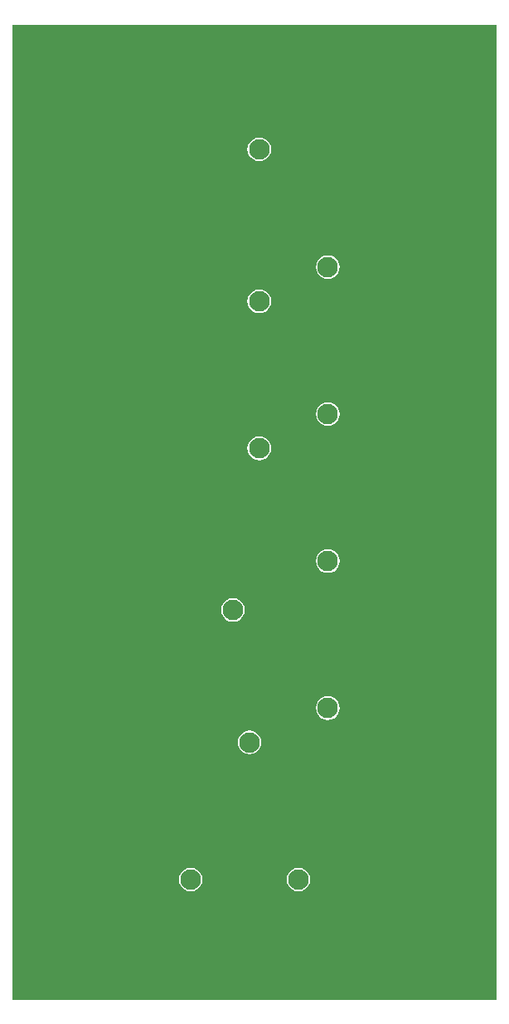
<source format=gbl>
G04*
G04 #@! TF.GenerationSoftware,Altium Limited,Altium Designer,20.2.6 (244)*
G04*
G04 Layer_Physical_Order=4*
G04 Layer_Color=16711680*
%FSLAX44Y44*%
%MOMM*%
G71*
G04*
G04 #@! TF.SameCoordinates,69107643-4F9F-4E88-AEF3-5FE55586F8EB*
G04*
G04*
G04 #@! TF.FilePolarity,Positive*
G04*
G01*
G75*
%ADD16R,5.0000X1.6000*%
%ADD65C,2.1000*%
%ADD66C,0.5000*%
G36*
X497451Y2549D02*
X2549D01*
Y997451D01*
X497451D01*
Y2549D01*
D02*
G37*
%LPC*%
G36*
X255000Y882104D02*
X251867Y881691D01*
X248948Y880482D01*
X246441Y878559D01*
X244518Y876052D01*
X243309Y873133D01*
X242896Y870000D01*
X243309Y866867D01*
X244518Y863948D01*
X246441Y861441D01*
X248948Y859518D01*
X251867Y858309D01*
X255000Y857896D01*
X258133Y858309D01*
X261052Y859518D01*
X263559Y861441D01*
X265482Y863948D01*
X266691Y866867D01*
X267104Y870000D01*
X266691Y873133D01*
X265482Y876052D01*
X263559Y878559D01*
X261052Y880482D01*
X258133Y881691D01*
X255000Y882104D01*
D02*
G37*
G36*
X325000Y762104D02*
X321867Y761691D01*
X318948Y760482D01*
X316441Y758559D01*
X314518Y756052D01*
X313309Y753133D01*
X312896Y750000D01*
X313309Y746867D01*
X314518Y743948D01*
X316441Y741441D01*
X318948Y739518D01*
X321867Y738309D01*
X325000Y737896D01*
X328133Y738309D01*
X331052Y739518D01*
X333559Y741441D01*
X335482Y743948D01*
X336691Y746867D01*
X337104Y750000D01*
X336691Y753133D01*
X335482Y756052D01*
X333559Y758559D01*
X331052Y760482D01*
X328133Y761691D01*
X325000Y762104D01*
D02*
G37*
G36*
X255000Y727104D02*
X251867Y726691D01*
X248948Y725482D01*
X246441Y723559D01*
X244518Y721052D01*
X243309Y718133D01*
X242896Y715000D01*
X243309Y711867D01*
X244518Y708948D01*
X246441Y706441D01*
X248948Y704518D01*
X251867Y703309D01*
X255000Y702896D01*
X258133Y703309D01*
X261052Y704518D01*
X263559Y706441D01*
X265482Y708948D01*
X266691Y711867D01*
X267104Y715000D01*
X266691Y718133D01*
X265482Y721052D01*
X263559Y723559D01*
X261052Y725482D01*
X258133Y726691D01*
X255000Y727104D01*
D02*
G37*
G36*
X325000Y612104D02*
X321867Y611691D01*
X318948Y610482D01*
X316441Y608559D01*
X314518Y606052D01*
X313309Y603133D01*
X312896Y600000D01*
X313309Y596867D01*
X314518Y593948D01*
X316441Y591441D01*
X318948Y589518D01*
X321867Y588309D01*
X325000Y587896D01*
X328133Y588309D01*
X331052Y589518D01*
X333559Y591441D01*
X335482Y593948D01*
X336691Y596867D01*
X337104Y600000D01*
X336691Y603133D01*
X335482Y606052D01*
X333559Y608559D01*
X331052Y610482D01*
X328133Y611691D01*
X325000Y612104D01*
D02*
G37*
G36*
X255000Y577104D02*
X251867Y576691D01*
X248948Y575482D01*
X246441Y573559D01*
X244518Y571052D01*
X243309Y568133D01*
X242896Y565000D01*
X243309Y561867D01*
X244518Y558948D01*
X246441Y556441D01*
X248948Y554518D01*
X251867Y553309D01*
X255000Y552896D01*
X258133Y553309D01*
X261052Y554518D01*
X263559Y556441D01*
X265482Y558948D01*
X266691Y561867D01*
X267104Y565000D01*
X266691Y568133D01*
X265482Y571052D01*
X263559Y573559D01*
X261052Y575482D01*
X258133Y576691D01*
X255000Y577104D01*
D02*
G37*
G36*
X325000Y462104D02*
X321867Y461691D01*
X318948Y460482D01*
X316441Y458559D01*
X314518Y456052D01*
X313309Y453133D01*
X312896Y450000D01*
X313309Y446867D01*
X314518Y443948D01*
X316441Y441441D01*
X318948Y439518D01*
X321867Y438309D01*
X325000Y437896D01*
X328133Y438309D01*
X331052Y439518D01*
X333559Y441441D01*
X335482Y443948D01*
X336691Y446867D01*
X337104Y450000D01*
X336691Y453133D01*
X335482Y456052D01*
X333559Y458559D01*
X331052Y460482D01*
X328133Y461691D01*
X325000Y462104D01*
D02*
G37*
G36*
X228000Y412104D02*
X224867Y411691D01*
X221948Y410482D01*
X219442Y408559D01*
X217518Y406052D01*
X216309Y403133D01*
X215896Y400000D01*
X216309Y396867D01*
X217518Y393948D01*
X219442Y391441D01*
X221948Y389518D01*
X224867Y388309D01*
X228000Y387896D01*
X231133Y388309D01*
X234052Y389518D01*
X236558Y391441D01*
X238482Y393948D01*
X239691Y396867D01*
X240104Y400000D01*
X239691Y403133D01*
X238482Y406052D01*
X236558Y408559D01*
X234052Y410482D01*
X231133Y411691D01*
X228000Y412104D01*
D02*
G37*
G36*
X325000Y312104D02*
X321867Y311691D01*
X318948Y310482D01*
X316441Y308559D01*
X314518Y306052D01*
X313309Y303133D01*
X312896Y300000D01*
X313309Y296867D01*
X314518Y293948D01*
X316441Y291441D01*
X318948Y289518D01*
X321867Y288309D01*
X325000Y287896D01*
X328133Y288309D01*
X331052Y289518D01*
X333559Y291441D01*
X335482Y293948D01*
X336691Y296867D01*
X337104Y300000D01*
X336691Y303133D01*
X335482Y306052D01*
X333559Y308559D01*
X331052Y310482D01*
X328133Y311691D01*
X325000Y312104D01*
D02*
G37*
G36*
X245000Y277104D02*
X241867Y276691D01*
X238948Y275482D01*
X236441Y273559D01*
X234518Y271052D01*
X233309Y268133D01*
X232896Y265000D01*
X233309Y261867D01*
X234518Y258948D01*
X236441Y256441D01*
X238948Y254518D01*
X241867Y253309D01*
X245000Y252896D01*
X248133Y253309D01*
X251052Y254518D01*
X253559Y256441D01*
X255482Y258948D01*
X256691Y261867D01*
X257104Y265000D01*
X256691Y268133D01*
X255482Y271052D01*
X253559Y273559D01*
X251052Y275482D01*
X248133Y276691D01*
X245000Y277104D01*
D02*
G37*
G36*
X295000Y137104D02*
X291867Y136691D01*
X288948Y135482D01*
X286441Y133559D01*
X284518Y131052D01*
X283309Y128133D01*
X282896Y125000D01*
X283309Y121867D01*
X284518Y118948D01*
X286441Y116441D01*
X288948Y114518D01*
X291867Y113309D01*
X295000Y112896D01*
X298133Y113309D01*
X301052Y114518D01*
X303559Y116441D01*
X305482Y118948D01*
X306691Y121867D01*
X307104Y125000D01*
X306691Y128133D01*
X305482Y131052D01*
X303559Y133559D01*
X301052Y135482D01*
X298133Y136691D01*
X295000Y137104D01*
D02*
G37*
G36*
X185000D02*
X181867Y136691D01*
X178948Y135482D01*
X176441Y133559D01*
X174518Y131052D01*
X173309Y128133D01*
X172896Y125000D01*
X173309Y121867D01*
X174518Y118948D01*
X176441Y116441D01*
X178948Y114518D01*
X181867Y113309D01*
X185000Y112896D01*
X188133Y113309D01*
X191052Y114518D01*
X193559Y116441D01*
X195482Y118948D01*
X196691Y121867D01*
X197104Y125000D01*
X196691Y128133D01*
X195482Y131052D01*
X193559Y133559D01*
X191052Y135482D01*
X188133Y136691D01*
X185000Y137104D01*
D02*
G37*
%LPD*%
D16*
X28000Y977700D02*
D03*
Y922300D02*
D03*
X472000D02*
D03*
Y977700D02*
D03*
Y77700D02*
D03*
Y22300D02*
D03*
Y227700D02*
D03*
Y172300D02*
D03*
X28000Y322300D02*
D03*
Y377700D02*
D03*
X472000D02*
D03*
Y322300D02*
D03*
X28000Y472300D02*
D03*
Y527700D02*
D03*
X472000D02*
D03*
Y472300D02*
D03*
X28000Y622300D02*
D03*
Y677700D02*
D03*
X472000D02*
D03*
Y622300D02*
D03*
X28000Y772300D02*
D03*
Y827700D02*
D03*
X472000D02*
D03*
Y772300D02*
D03*
X28000Y22300D02*
D03*
Y77700D02*
D03*
Y172300D02*
D03*
Y227700D02*
D03*
D65*
X200000Y870000D02*
D03*
X255000D02*
D03*
X325000Y750000D02*
D03*
Y600000D02*
D03*
X255000Y565000D02*
D03*
X200000D02*
D03*
X325000Y450000D02*
D03*
X190000Y265000D02*
D03*
X245000D02*
D03*
X325000Y300000D02*
D03*
X185000Y125000D02*
D03*
X295000D02*
D03*
X240000D02*
D03*
X173000Y400000D02*
D03*
X228000D02*
D03*
X200000Y715000D02*
D03*
X255000D02*
D03*
D66*
X485000Y890000D02*
D03*
X470000Y860000D02*
D03*
Y740000D02*
D03*
X485000Y710000D02*
D03*
Y590000D02*
D03*
X470000Y560000D02*
D03*
Y440000D02*
D03*
X485000Y410000D02*
D03*
Y290000D02*
D03*
X470000Y260000D02*
D03*
Y140000D02*
D03*
X485000Y110000D02*
D03*
X455000Y890000D02*
D03*
X440000Y860000D02*
D03*
Y740000D02*
D03*
X455000Y710000D02*
D03*
Y590000D02*
D03*
X440000Y560000D02*
D03*
Y440000D02*
D03*
X455000Y410000D02*
D03*
Y290000D02*
D03*
X440000Y260000D02*
D03*
Y140000D02*
D03*
X455000Y110000D02*
D03*
X410000Y980000D02*
D03*
Y920000D02*
D03*
X425000Y890000D02*
D03*
X410000Y860000D02*
D03*
X425000Y830000D02*
D03*
Y770000D02*
D03*
X410000Y740000D02*
D03*
X425000Y710000D02*
D03*
X410000Y680000D02*
D03*
Y620000D02*
D03*
X425000Y590000D02*
D03*
X410000Y560000D02*
D03*
X425000Y530000D02*
D03*
Y470000D02*
D03*
X410000Y440000D02*
D03*
X425000Y410000D02*
D03*
X410000Y380000D02*
D03*
Y320000D02*
D03*
X425000Y290000D02*
D03*
X410000Y260000D02*
D03*
X425000Y230000D02*
D03*
Y170000D02*
D03*
X410000Y140000D02*
D03*
X425000Y110000D02*
D03*
X410000Y80000D02*
D03*
Y20000D02*
D03*
X380000Y980000D02*
D03*
Y920000D02*
D03*
X395000Y890000D02*
D03*
X380000Y860000D02*
D03*
X395000Y830000D02*
D03*
Y770000D02*
D03*
X380000Y740000D02*
D03*
X395000Y710000D02*
D03*
X380000Y680000D02*
D03*
Y620000D02*
D03*
X395000Y590000D02*
D03*
X380000Y560000D02*
D03*
X395000Y530000D02*
D03*
Y470000D02*
D03*
X380000Y440000D02*
D03*
X395000Y410000D02*
D03*
X380000Y380000D02*
D03*
Y320000D02*
D03*
X395000Y290000D02*
D03*
X380000Y260000D02*
D03*
X395000Y230000D02*
D03*
Y170000D02*
D03*
X380000Y140000D02*
D03*
X395000Y110000D02*
D03*
X380000Y80000D02*
D03*
Y20000D02*
D03*
X350000Y980000D02*
D03*
Y920000D02*
D03*
X365000Y890000D02*
D03*
X350000Y860000D02*
D03*
X365000Y830000D02*
D03*
Y770000D02*
D03*
X350000Y740000D02*
D03*
X365000Y710000D02*
D03*
X350000Y680000D02*
D03*
Y620000D02*
D03*
X365000Y590000D02*
D03*
X350000Y560000D02*
D03*
X365000Y530000D02*
D03*
Y470000D02*
D03*
X350000Y440000D02*
D03*
X365000Y410000D02*
D03*
X350000Y380000D02*
D03*
Y320000D02*
D03*
X365000Y290000D02*
D03*
X350000Y260000D02*
D03*
X365000Y230000D02*
D03*
Y170000D02*
D03*
X350000Y140000D02*
D03*
X365000Y110000D02*
D03*
X350000Y80000D02*
D03*
Y20000D02*
D03*
X320000Y980000D02*
D03*
Y920000D02*
D03*
X335000Y890000D02*
D03*
X320000Y860000D02*
D03*
X335000Y830000D02*
D03*
Y770000D02*
D03*
Y710000D02*
D03*
X320000Y680000D02*
D03*
Y620000D02*
D03*
Y560000D02*
D03*
X335000Y530000D02*
D03*
Y470000D02*
D03*
Y410000D02*
D03*
X320000Y320000D02*
D03*
Y260000D02*
D03*
X335000Y230000D02*
D03*
Y170000D02*
D03*
X320000Y140000D02*
D03*
Y20000D02*
D03*
X290000Y980000D02*
D03*
Y920000D02*
D03*
X305000Y890000D02*
D03*
X290000Y860000D02*
D03*
X305000Y830000D02*
D03*
Y770000D02*
D03*
X290000Y740000D02*
D03*
X305000Y710000D02*
D03*
Y590000D02*
D03*
X290000Y560000D02*
D03*
X305000Y530000D02*
D03*
X290000Y440000D02*
D03*
X305000Y410000D02*
D03*
X290000Y380000D02*
D03*
X305000Y290000D02*
D03*
Y170000D02*
D03*
X290000Y140000D02*
D03*
Y20000D02*
D03*
X260000Y980000D02*
D03*
Y920000D02*
D03*
X275000Y890000D02*
D03*
X260000Y740000D02*
D03*
X275000Y710000D02*
D03*
X260000Y680000D02*
D03*
Y620000D02*
D03*
X275000Y590000D02*
D03*
X260000Y440000D02*
D03*
X275000Y410000D02*
D03*
X260000Y380000D02*
D03*
Y320000D02*
D03*
X275000Y290000D02*
D03*
Y230000D02*
D03*
Y170000D02*
D03*
X260000Y140000D02*
D03*
X275000Y110000D02*
D03*
X260000Y80000D02*
D03*
Y20000D02*
D03*
X230000Y980000D02*
D03*
Y920000D02*
D03*
X245000Y890000D02*
D03*
X230000Y860000D02*
D03*
X245000Y770000D02*
D03*
X230000Y740000D02*
D03*
Y620000D02*
D03*
X245000Y590000D02*
D03*
X230000Y560000D02*
D03*
X245000Y470000D02*
D03*
X230000Y440000D02*
D03*
X245000Y410000D02*
D03*
X230000Y380000D02*
D03*
Y320000D02*
D03*
X245000Y290000D02*
D03*
X230000Y260000D02*
D03*
X245000Y170000D02*
D03*
X230000Y140000D02*
D03*
X245000Y110000D02*
D03*
X230000Y80000D02*
D03*
Y20000D02*
D03*
X200000Y980000D02*
D03*
Y920000D02*
D03*
X215000Y890000D02*
D03*
Y830000D02*
D03*
Y770000D02*
D03*
X200000Y740000D02*
D03*
X215000Y710000D02*
D03*
X200000Y680000D02*
D03*
Y620000D02*
D03*
X215000Y590000D02*
D03*
Y530000D02*
D03*
Y470000D02*
D03*
X200000Y440000D02*
D03*
X215000Y410000D02*
D03*
X200000Y380000D02*
D03*
Y320000D02*
D03*
X215000Y290000D02*
D03*
Y230000D02*
D03*
Y170000D02*
D03*
X200000Y140000D02*
D03*
X215000Y110000D02*
D03*
X200000Y20000D02*
D03*
X170000Y980000D02*
D03*
Y920000D02*
D03*
X185000Y890000D02*
D03*
X170000Y860000D02*
D03*
X185000Y830000D02*
D03*
Y770000D02*
D03*
X170000Y740000D02*
D03*
X185000Y710000D02*
D03*
X170000Y680000D02*
D03*
Y620000D02*
D03*
X185000Y590000D02*
D03*
X170000Y560000D02*
D03*
X185000Y530000D02*
D03*
Y470000D02*
D03*
X170000Y440000D02*
D03*
X185000Y410000D02*
D03*
X170000Y380000D02*
D03*
Y320000D02*
D03*
X185000Y290000D02*
D03*
X170000Y260000D02*
D03*
X185000Y230000D02*
D03*
Y170000D02*
D03*
X170000Y140000D02*
D03*
Y80000D02*
D03*
Y20000D02*
D03*
X140000Y980000D02*
D03*
Y920000D02*
D03*
X155000Y890000D02*
D03*
X140000Y860000D02*
D03*
X155000Y830000D02*
D03*
Y770000D02*
D03*
X140000Y740000D02*
D03*
X155000Y710000D02*
D03*
X140000Y680000D02*
D03*
Y620000D02*
D03*
X155000Y590000D02*
D03*
X140000Y560000D02*
D03*
X155000Y530000D02*
D03*
Y470000D02*
D03*
X140000Y440000D02*
D03*
X155000Y410000D02*
D03*
X140000Y380000D02*
D03*
Y320000D02*
D03*
X155000Y290000D02*
D03*
X140000Y260000D02*
D03*
X155000Y230000D02*
D03*
Y170000D02*
D03*
X140000Y140000D02*
D03*
X155000Y110000D02*
D03*
X140000Y80000D02*
D03*
Y20000D02*
D03*
X110000Y980000D02*
D03*
Y920000D02*
D03*
X125000Y890000D02*
D03*
X110000Y860000D02*
D03*
X125000Y830000D02*
D03*
Y770000D02*
D03*
X110000Y740000D02*
D03*
X125000Y710000D02*
D03*
X110000Y680000D02*
D03*
Y620000D02*
D03*
X125000Y590000D02*
D03*
X110000Y560000D02*
D03*
X125000Y530000D02*
D03*
Y470000D02*
D03*
X110000Y440000D02*
D03*
X125000Y410000D02*
D03*
X110000Y380000D02*
D03*
Y320000D02*
D03*
X125000Y290000D02*
D03*
X110000Y260000D02*
D03*
X125000Y230000D02*
D03*
Y170000D02*
D03*
X110000Y140000D02*
D03*
X125000Y110000D02*
D03*
X110000Y80000D02*
D03*
Y20000D02*
D03*
X80000Y980000D02*
D03*
Y920000D02*
D03*
X95000Y890000D02*
D03*
X80000Y860000D02*
D03*
X95000Y830000D02*
D03*
Y770000D02*
D03*
X80000Y740000D02*
D03*
X95000Y710000D02*
D03*
X80000Y680000D02*
D03*
Y620000D02*
D03*
X95000Y590000D02*
D03*
X80000Y560000D02*
D03*
X95000Y530000D02*
D03*
Y470000D02*
D03*
X80000Y440000D02*
D03*
X95000Y410000D02*
D03*
X80000Y380000D02*
D03*
Y320000D02*
D03*
X95000Y290000D02*
D03*
X80000Y260000D02*
D03*
X95000Y230000D02*
D03*
Y170000D02*
D03*
X80000Y140000D02*
D03*
X95000Y110000D02*
D03*
X80000Y80000D02*
D03*
Y20000D02*
D03*
X65000Y890000D02*
D03*
X50000Y860000D02*
D03*
X65000Y830000D02*
D03*
Y770000D02*
D03*
X50000Y740000D02*
D03*
X65000Y710000D02*
D03*
Y590000D02*
D03*
X50000Y560000D02*
D03*
X65000Y530000D02*
D03*
Y470000D02*
D03*
X50000Y440000D02*
D03*
X65000Y410000D02*
D03*
Y290000D02*
D03*
X50000Y260000D02*
D03*
X65000Y230000D02*
D03*
Y170000D02*
D03*
X50000Y140000D02*
D03*
X65000Y110000D02*
D03*
X35000Y890000D02*
D03*
X20000Y860000D02*
D03*
Y740000D02*
D03*
X35000Y710000D02*
D03*
Y590000D02*
D03*
X20000Y560000D02*
D03*
Y440000D02*
D03*
X35000Y410000D02*
D03*
Y290000D02*
D03*
X20000Y260000D02*
D03*
Y140000D02*
D03*
X35000Y110000D02*
D03*
X442500Y832500D02*
D03*
Y822500D02*
D03*
Y777500D02*
D03*
Y767500D02*
D03*
Y682500D02*
D03*
Y672500D02*
D03*
Y627500D02*
D03*
Y617500D02*
D03*
Y532500D02*
D03*
Y522500D02*
D03*
Y477500D02*
D03*
Y467500D02*
D03*
Y382500D02*
D03*
Y372500D02*
D03*
Y327500D02*
D03*
Y317500D02*
D03*
Y232500D02*
D03*
Y222500D02*
D03*
Y177500D02*
D03*
Y167500D02*
D03*
Y82500D02*
D03*
Y72500D02*
D03*
Y27500D02*
D03*
Y17500D02*
D03*
X57500D02*
D03*
Y27500D02*
D03*
Y72500D02*
D03*
Y82500D02*
D03*
Y167500D02*
D03*
Y177500D02*
D03*
Y222500D02*
D03*
Y232500D02*
D03*
Y317500D02*
D03*
Y327500D02*
D03*
Y372500D02*
D03*
Y382500D02*
D03*
Y467500D02*
D03*
Y477500D02*
D03*
Y522500D02*
D03*
Y532500D02*
D03*
Y617500D02*
D03*
Y627500D02*
D03*
Y672500D02*
D03*
Y682500D02*
D03*
Y822500D02*
D03*
Y832500D02*
D03*
Y767500D02*
D03*
Y777500D02*
D03*
Y917500D02*
D03*
Y927500D02*
D03*
Y972500D02*
D03*
Y982500D02*
D03*
X442500Y917500D02*
D03*
Y927500D02*
D03*
Y972500D02*
D03*
Y982500D02*
D03*
X284000Y935000D02*
D03*
X276000D02*
D03*
X224000D02*
D03*
X216000D02*
D03*
X248000Y824000D02*
D03*
X240000Y817000D02*
D03*
X294000Y841000D02*
D03*
Y830000D02*
D03*
Y819000D02*
D03*
X241000Y783000D02*
D03*
X233000Y785000D02*
D03*
Y792000D02*
D03*
X267000Y808000D02*
D03*
Y793000D02*
D03*
X271000Y754000D02*
D03*
X220000Y785000D02*
D03*
X247000Y671000D02*
D03*
X297000Y692000D02*
D03*
Y681000D02*
D03*
Y670000D02*
D03*
X241000Y633000D02*
D03*
X259000D02*
D03*
X267000Y657000D02*
D03*
X234000Y642000D02*
D03*
X274000Y606000D02*
D03*
X297000Y547000D02*
D03*
Y536000D02*
D03*
Y525000D02*
D03*
X242000Y517000D02*
D03*
X267000Y506000D02*
D03*
Y487000D02*
D03*
Y494000D02*
D03*
X234000Y487000D02*
D03*
Y493000D02*
D03*
X270000Y458000D02*
D03*
X320000Y398000D02*
D03*
Y387000D02*
D03*
Y376000D02*
D03*
X266000Y344000D02*
D03*
Y357000D02*
D03*
X234000Y358000D02*
D03*
X235000Y342000D02*
D03*
X270000Y309000D02*
D03*
X204000Y93000D02*
D03*
X215000D02*
D03*
X271000D02*
D03*
X340000Y76000D02*
D03*
Y87000D02*
D03*
Y98000D02*
D03*
Y109000D02*
D03*
X307000Y263000D02*
D03*
Y252000D02*
D03*
Y241000D02*
D03*
Y230000D02*
D03*
X250000Y187500D02*
D03*
X290000Y32500D02*
D03*
X277500Y35000D02*
D03*
X267500D02*
D03*
X225000Y85000D02*
D03*
X280000D02*
D03*
X282500Y67500D02*
D03*
X290000D02*
D03*
X297500D02*
D03*
Y60000D02*
D03*
X290000D02*
D03*
X282500D02*
D03*
X217500Y57500D02*
D03*
Y42500D02*
D03*
X255000Y60000D02*
D03*
X245000D02*
D03*
Y45000D02*
D03*
Y52500D02*
D03*
X255000D02*
D03*
Y45000D02*
D03*
X250000Y797500D02*
D03*
Y803500D02*
D03*
Y791500D02*
D03*
Y647500D02*
D03*
Y653500D02*
D03*
Y641500D02*
D03*
Y354000D02*
D03*
Y348000D02*
D03*
Y342000D02*
D03*
Y497500D02*
D03*
Y503500D02*
D03*
Y491500D02*
D03*
X244000Y241000D02*
D03*
X250000D02*
D03*
X256000D02*
D03*
X244000Y235000D02*
D03*
X250000D02*
D03*
X256000D02*
D03*
X244000Y229000D02*
D03*
X250000D02*
D03*
X256000D02*
D03*
X244000Y223000D02*
D03*
X250000D02*
D03*
X256000D02*
D03*
X244000Y217000D02*
D03*
X256000D02*
D03*
X250000D02*
D03*
Y210500D02*
D03*
Y197000D02*
D03*
Y203750D02*
D03*
M02*

</source>
